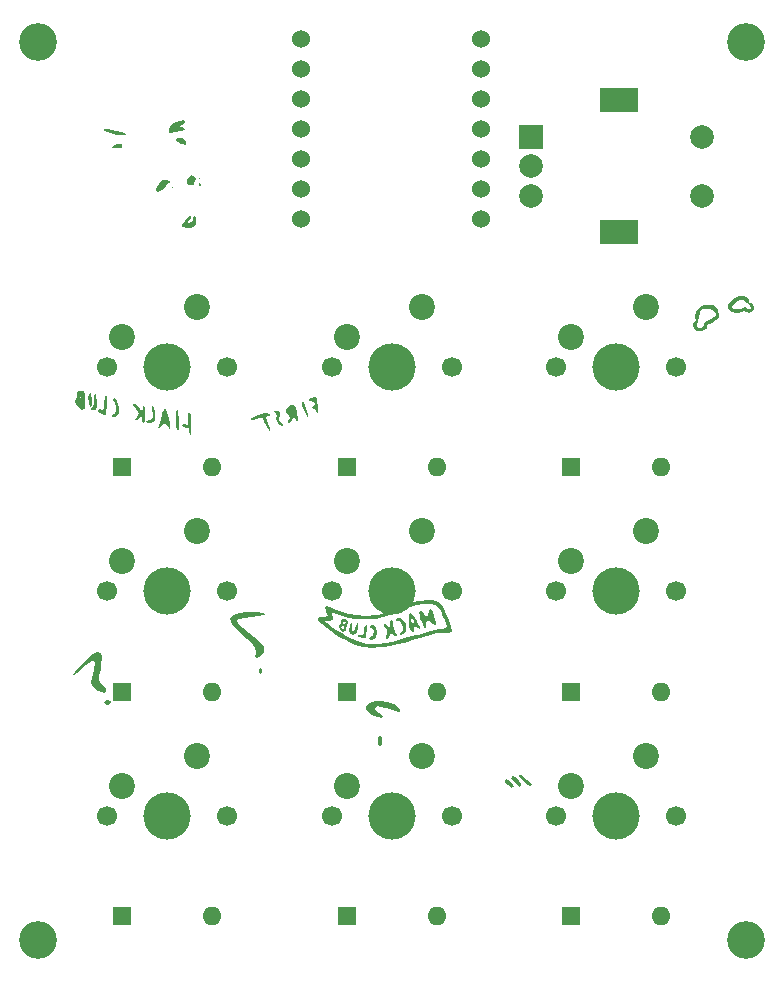
<source format=gbs>
%TF.GenerationSoftware,KiCad,Pcbnew,8.0.8*%
%TF.CreationDate,2025-02-13T12:07:57-05:00*%
%TF.ProjectId,SplashPad,53706c61-7368-4506-9164-2e6b69636164,1*%
%TF.SameCoordinates,Original*%
%TF.FileFunction,Soldermask,Bot*%
%TF.FilePolarity,Negative*%
%FSLAX46Y46*%
G04 Gerber Fmt 4.6, Leading zero omitted, Abs format (unit mm)*
G04 Created by KiCad (PCBNEW 8.0.8) date 2025-02-13 12:07:57*
%MOMM*%
%LPD*%
G01*
G04 APERTURE LIST*
%ADD10C,0.000000*%
%ADD11R,1.600000X1.600000*%
%ADD12O,1.600000X1.600000*%
%ADD13C,1.700000*%
%ADD14C,4.000000*%
%ADD15C,2.200000*%
%ADD16C,3.200000*%
%ADD17R,2.000000X2.000000*%
%ADD18C,2.000000*%
%ADD19R,3.200000X2.000000*%
%ADD20C,1.524000*%
G04 APERTURE END LIST*
D10*
%TO.C,G\u002A\u002A\u002A*%
G36*
X155492559Y-123063685D02*
G01*
X155522495Y-123128037D01*
X155462750Y-123367739D01*
X155356342Y-123490959D01*
X155266664Y-123368395D01*
X155246708Y-123216974D01*
X155331599Y-123036948D01*
X155492559Y-123063685D01*
G37*
G36*
X142724969Y-125759551D02*
G01*
X142755181Y-125877965D01*
X142565702Y-126103314D01*
X142312774Y-126111801D01*
X142253152Y-126067922D01*
X142145300Y-125834597D01*
X142327540Y-125699080D01*
X142480422Y-125684616D01*
X142724969Y-125759551D01*
G37*
G36*
X165625862Y-128847069D02*
G01*
X165673916Y-129184898D01*
X165623281Y-129507760D01*
X165497527Y-129604377D01*
X165424490Y-129563257D01*
X165290624Y-129309841D01*
X165295038Y-128996030D01*
X165448213Y-128794047D01*
X165468134Y-128787148D01*
X165625862Y-128847069D01*
G37*
G36*
X166164150Y-125892686D02*
G01*
X166672089Y-126063355D01*
X167047212Y-126273790D01*
X167193574Y-126491780D01*
X167189634Y-126590358D01*
X167152869Y-126720781D01*
X167081474Y-126703019D01*
X166773321Y-126614349D01*
X166312889Y-126476551D01*
X166026444Y-126393665D01*
X165569779Y-126279050D01*
X165295261Y-126234082D01*
X165197280Y-126249098D01*
X165080000Y-126400000D01*
X165156649Y-126614613D01*
X165402548Y-126769721D01*
X165592260Y-126852895D01*
X165728189Y-127032942D01*
X165723170Y-127093975D01*
X165623890Y-127195855D01*
X165353041Y-127154237D01*
X164852561Y-126964590D01*
X164614207Y-126844858D01*
X164305896Y-126544379D01*
X164297241Y-126237676D01*
X164576590Y-125973278D01*
X165132288Y-125799715D01*
X165133606Y-125799501D01*
X165619341Y-125793997D01*
X166164150Y-125892686D01*
G37*
G36*
X141838868Y-121733386D02*
G01*
X141948228Y-122102149D01*
X141903988Y-122736760D01*
X141837554Y-123099874D01*
X141736992Y-123641385D01*
X141724552Y-123970919D01*
X141811318Y-124192897D01*
X141973101Y-124376761D01*
X142252065Y-124753927D01*
X142280294Y-125015912D01*
X142092820Y-125106468D01*
X141724674Y-124969350D01*
X141638580Y-124913866D01*
X141308011Y-124677513D01*
X141119412Y-124469913D01*
X141057938Y-124209186D01*
X141108745Y-123813448D01*
X141256987Y-123200817D01*
X141298635Y-123038782D01*
X141382799Y-122642904D01*
X141344342Y-122468811D01*
X141160440Y-122428316D01*
X141140621Y-122428206D01*
X140860626Y-122540527D01*
X140470791Y-122830049D01*
X140180844Y-123105989D01*
X139839904Y-123430769D01*
X139606201Y-123589093D01*
X139536084Y-123562961D01*
X139652108Y-123332025D01*
X139951212Y-122970785D01*
X140359941Y-122549519D01*
X140804842Y-122138507D01*
X141212462Y-121808026D01*
X141509348Y-121628355D01*
X141572992Y-121614103D01*
X141838868Y-121733386D01*
G37*
G36*
X155197120Y-118292464D02*
G01*
X155574126Y-118357523D01*
X155720486Y-118461140D01*
X155719472Y-118466734D01*
X155548544Y-118546787D01*
X155141412Y-118632258D01*
X154580099Y-118705566D01*
X154545984Y-118709045D01*
X153975721Y-118783939D01*
X153550559Y-118869752D01*
X153360293Y-118948593D01*
X153354893Y-118980197D01*
X153494271Y-119203993D01*
X153858242Y-119573906D01*
X154413496Y-120058310D01*
X155126723Y-120625583D01*
X155296751Y-120766934D01*
X155645568Y-121212001D01*
X155694004Y-121625699D01*
X155435550Y-121979488D01*
X155407433Y-122000595D01*
X155082014Y-122181883D01*
X154937855Y-122095836D01*
X154959960Y-121734737D01*
X154982746Y-121561358D01*
X154943166Y-121334255D01*
X154780000Y-121080000D01*
X154450840Y-120738412D01*
X153913281Y-120249306D01*
X153696036Y-120053017D01*
X153141130Y-119495399D01*
X152854695Y-119076371D01*
X152831489Y-118768644D01*
X153066271Y-118544931D01*
X153553799Y-118377946D01*
X153613322Y-118364382D01*
X154123607Y-118292318D01*
X154682577Y-118269537D01*
X155197120Y-118292464D01*
G37*
G36*
X164376381Y-119388782D02*
G01*
X164383665Y-119547853D01*
X164358120Y-119845044D01*
X164326361Y-120106344D01*
X164291734Y-120333084D01*
X164265543Y-120442802D01*
X164246501Y-120462124D01*
X164128489Y-120471040D01*
X163994853Y-120435621D01*
X163782543Y-120385951D01*
X163679873Y-120356765D01*
X163597760Y-120294701D01*
X163668123Y-120242223D01*
X163880383Y-120217539D01*
X163964922Y-120212765D01*
X164065896Y-120170020D01*
X164118908Y-120046043D01*
X164152367Y-119796898D01*
X164171182Y-119662605D01*
X164231203Y-119444535D01*
X164305732Y-119343610D01*
X164333286Y-119339265D01*
X164376381Y-119388782D01*
G37*
G36*
X165058449Y-119440669D02*
G01*
X165170311Y-119636158D01*
X165229769Y-119886549D01*
X165222678Y-120149172D01*
X165134894Y-120381360D01*
X165009307Y-120515791D01*
X164785415Y-120594666D01*
X164690906Y-120582835D01*
X164584354Y-120502032D01*
X164607998Y-120395848D01*
X164766200Y-120325388D01*
X164879361Y-120289896D01*
X164941716Y-120183720D01*
X164956700Y-119959666D01*
X164949537Y-119787093D01*
X164906389Y-119659608D01*
X164808534Y-119632759D01*
X164771049Y-119632306D01*
X164673911Y-119566735D01*
X164680322Y-119450233D01*
X164793932Y-119352765D01*
X164908326Y-119342751D01*
X165058449Y-119440669D01*
G37*
G36*
X163143466Y-119285202D02*
G01*
X163146911Y-119566812D01*
X163144221Y-119706610D01*
X163173940Y-119926471D01*
X163239892Y-119995546D01*
X163324776Y-119907893D01*
X163411289Y-119657574D01*
X163468516Y-119432847D01*
X163527017Y-119251085D01*
X163577496Y-119181103D01*
X163634881Y-119191803D01*
X163661997Y-119258730D01*
X163655512Y-119442384D01*
X163611572Y-119678131D01*
X163542403Y-119905036D01*
X163460233Y-120062166D01*
X163364705Y-120128101D01*
X163169947Y-120171333D01*
X163073810Y-120152876D01*
X162938968Y-120014948D01*
X162889278Y-119765844D01*
X162933773Y-119433777D01*
X162960115Y-119341334D01*
X163038514Y-119165251D01*
X163103483Y-119148944D01*
X163143466Y-119285202D01*
G37*
G36*
X167195359Y-118736058D02*
G01*
X167381036Y-118809572D01*
X167539962Y-119007166D01*
X167557456Y-119037488D01*
X167659036Y-119309818D01*
X167703724Y-119614146D01*
X167687606Y-119888206D01*
X167606767Y-120069733D01*
X167475462Y-120147362D01*
X167290716Y-120164270D01*
X167160659Y-120090914D01*
X167168266Y-120019060D01*
X167282662Y-119918602D01*
X167414353Y-119789674D01*
X167440233Y-119554021D01*
X167322965Y-119231487D01*
X167288028Y-119168039D01*
X167167503Y-119033517D01*
X167026632Y-119029730D01*
X167025885Y-119029967D01*
X166896333Y-119034014D01*
X166861700Y-118907038D01*
X166865083Y-118854976D01*
X166931379Y-118757595D01*
X167116945Y-118732000D01*
X167195359Y-118736058D01*
G37*
G36*
X169827028Y-118015791D02*
G01*
X169945313Y-118210156D01*
X170070787Y-118554643D01*
X170077499Y-118576806D01*
X170163839Y-118874832D01*
X170225088Y-119109599D01*
X170248367Y-119231976D01*
X170235968Y-119287911D01*
X170144227Y-119323849D01*
X170000811Y-119259329D01*
X169850964Y-119108416D01*
X169734875Y-118990051D01*
X169568483Y-118938369D01*
X169444691Y-119022130D01*
X169405451Y-119229895D01*
X169412502Y-119390790D01*
X169410672Y-119522222D01*
X169402018Y-119560339D01*
X169344140Y-119584482D01*
X169251502Y-119489907D01*
X169139736Y-119307859D01*
X169024477Y-119069582D01*
X168921357Y-118806323D01*
X168846009Y-118549325D01*
X168814067Y-118329833D01*
X168825729Y-118221390D01*
X168903352Y-118146664D01*
X169029621Y-118205611D01*
X169176566Y-118393333D01*
X169213293Y-118453806D01*
X169344322Y-118622343D01*
X169444235Y-118640903D01*
X169527331Y-118503172D01*
X169607909Y-118202833D01*
X169637515Y-118096806D01*
X169722304Y-117976393D01*
X169827028Y-118015791D01*
G37*
G36*
X168741643Y-119277715D02*
G01*
X168851138Y-119490219D01*
X168893700Y-119607969D01*
X168893698Y-119608573D01*
X168839111Y-119664928D01*
X168719377Y-119630438D01*
X168598379Y-119523398D01*
X168544199Y-119465651D01*
X168420771Y-119435272D01*
X168337965Y-119528741D01*
X168338120Y-119714903D01*
X168338146Y-119873851D01*
X168259094Y-119921483D01*
X168145561Y-119860230D01*
X168042353Y-119693356D01*
X167976044Y-119448884D01*
X167928709Y-119137441D01*
X167913779Y-118927484D01*
X168131700Y-118927484D01*
X168157085Y-119080893D01*
X168258700Y-119155333D01*
X168349939Y-119138117D01*
X168368152Y-119047154D01*
X168256008Y-118863984D01*
X168180885Y-118771059D01*
X168138846Y-118772521D01*
X168131700Y-118927484D01*
X167913779Y-118927484D01*
X167906186Y-118820700D01*
X167912464Y-118555525D01*
X167951531Y-118398777D01*
X167961452Y-118384558D01*
X168048831Y-118320771D01*
X168170667Y-118390539D01*
X168180070Y-118399072D01*
X168284427Y-118531136D01*
X168431000Y-118752228D01*
X168592501Y-119016403D01*
X168610052Y-119047154D01*
X168741643Y-119277715D01*
G37*
G36*
X162758335Y-119181661D02*
G01*
X162698521Y-119431985D01*
X162654401Y-119576009D01*
X162582260Y-119811500D01*
X162525052Y-119891516D01*
X162385805Y-119912702D01*
X162224567Y-119844279D01*
X162091233Y-119711183D01*
X162035700Y-119538351D01*
X162037229Y-119527274D01*
X162205034Y-119527274D01*
X162219510Y-119587348D01*
X162332034Y-119693951D01*
X162418015Y-119697304D01*
X162459034Y-119576009D01*
X162435512Y-119479636D01*
X162332034Y-119409333D01*
X162273003Y-119422936D01*
X162205034Y-119527274D01*
X162037229Y-119527274D01*
X162054938Y-119399020D01*
X162122613Y-119280945D01*
X162147856Y-119260500D01*
X162186995Y-119155333D01*
X162332034Y-119155333D01*
X162349388Y-119178702D01*
X162459034Y-119240000D01*
X162481684Y-119236699D01*
X162586034Y-119155333D01*
X162579217Y-119102488D01*
X162459034Y-119070666D01*
X162358625Y-119089305D01*
X162332034Y-119155333D01*
X162186995Y-119155333D01*
X162197248Y-119127782D01*
X162191732Y-118929241D01*
X162262431Y-118840197D01*
X162437867Y-118855812D01*
X162550620Y-118884930D01*
X162689233Y-118940224D01*
X162756856Y-119028437D01*
X162758081Y-119155333D01*
X162758335Y-119181661D01*
G37*
G36*
X166534882Y-118951109D02*
G01*
X166586953Y-119064884D01*
X166609560Y-119266163D01*
X166615585Y-119346993D01*
X166676157Y-119622474D01*
X166780398Y-119908773D01*
X166835202Y-120035475D01*
X166904412Y-120224676D01*
X166917657Y-120312932D01*
X166906413Y-120321608D01*
X166790892Y-120311948D01*
X166653875Y-120216176D01*
X166562885Y-120078845D01*
X166540243Y-120017345D01*
X166461046Y-119924562D01*
X166382723Y-119992136D01*
X166316953Y-120213666D01*
X166243453Y-120429440D01*
X166127290Y-120510000D01*
X166112583Y-120509542D01*
X166042693Y-120472582D01*
X166023637Y-120348537D01*
X166047848Y-120098185D01*
X166067743Y-119895420D01*
X166051484Y-119696508D01*
X165974089Y-119579818D01*
X165959320Y-119566801D01*
X165867026Y-119429462D01*
X165850401Y-119298420D01*
X165920000Y-119240000D01*
X165977479Y-119260566D01*
X166099700Y-119367000D01*
X166101814Y-119369535D01*
X166237153Y-119481812D01*
X166318082Y-119462963D01*
X166310078Y-119320603D01*
X166297383Y-119241444D01*
X166332718Y-119074694D01*
X166423018Y-118957596D01*
X166532627Y-118949595D01*
X166534882Y-118951109D01*
G37*
G36*
X171506491Y-119517804D02*
G01*
X171563649Y-119781048D01*
X171552137Y-119931188D01*
X171489338Y-119960936D01*
X171295988Y-119991076D01*
X171026537Y-120003251D01*
X170969153Y-120003843D01*
X170673545Y-120021381D01*
X170343627Y-120067392D01*
X169954365Y-120147563D01*
X169480723Y-120267582D01*
X168897668Y-120433136D01*
X168180164Y-120649913D01*
X168008653Y-120702085D01*
X167510151Y-120847217D01*
X167030506Y-120978362D01*
X166617146Y-121082839D01*
X166317498Y-121147965D01*
X166229323Y-121162698D01*
X165825248Y-121211636D01*
X165358896Y-121247217D01*
X164914367Y-121262573D01*
X164814216Y-121262556D01*
X164207679Y-121222302D01*
X163642578Y-121101895D01*
X163066753Y-120886635D01*
X162428046Y-120561821D01*
X162186892Y-120418184D01*
X161798134Y-120164786D01*
X161376635Y-119871809D01*
X160966747Y-119571146D01*
X160612828Y-119294688D01*
X160359231Y-119074327D01*
X160340939Y-119049500D01*
X160850989Y-119049500D01*
X160872041Y-119086764D01*
X161007609Y-119211171D01*
X161243914Y-119391349D01*
X161551783Y-119607637D01*
X161902039Y-119840374D01*
X162265507Y-120069899D01*
X162613012Y-120276552D01*
X162915378Y-120440671D01*
X162972502Y-120468942D01*
X163373501Y-120644914D01*
X163790920Y-120797522D01*
X164143045Y-120896430D01*
X164431545Y-120953878D01*
X164666328Y-120993561D01*
X164787367Y-121004992D01*
X164803663Y-121003175D01*
X164958622Y-120987304D01*
X165223678Y-120960984D01*
X165552256Y-120928850D01*
X165767317Y-120905794D01*
X166103507Y-120858589D01*
X166451466Y-120792812D01*
X166840897Y-120701253D01*
X167301500Y-120576699D01*
X167862978Y-120411939D01*
X168555034Y-120199760D01*
X168673853Y-120163396D01*
X169182100Y-120018030D01*
X169688786Y-119887183D01*
X170140923Y-119783982D01*
X170485523Y-119721552D01*
X170778216Y-119681270D01*
X170988256Y-119636628D01*
X171105681Y-119564015D01*
X171136292Y-119437638D01*
X171085893Y-119231705D01*
X170960285Y-118920423D01*
X170765271Y-118478000D01*
X170715864Y-118367316D01*
X170533140Y-118001629D01*
X170358183Y-117763670D01*
X170155110Y-117626615D01*
X169888036Y-117563638D01*
X169521077Y-117547914D01*
X169226818Y-117560826D01*
X168523602Y-117677784D01*
X167737848Y-117911787D01*
X166890815Y-118257103D01*
X166309328Y-118507323D01*
X165721868Y-118709929D01*
X165172911Y-118831450D01*
X164610588Y-118882913D01*
X163983034Y-118875346D01*
X163687591Y-118857008D01*
X163321956Y-118818303D01*
X162961003Y-118755659D01*
X162563921Y-118660207D01*
X162089896Y-118523079D01*
X161498115Y-118335407D01*
X161400705Y-118313471D01*
X161389403Y-118365262D01*
X161465331Y-118529423D01*
X161520551Y-118652097D01*
X161549484Y-118848938D01*
X161440144Y-118954569D01*
X161181978Y-118986000D01*
X161112384Y-118987416D01*
X160925624Y-119009387D01*
X160850989Y-119049500D01*
X160340939Y-119049500D01*
X160240928Y-118913757D01*
X160255967Y-118771410D01*
X160422720Y-118679769D01*
X160733734Y-118647333D01*
X160838023Y-118645479D01*
X161028757Y-118629211D01*
X161104367Y-118601627D01*
X161096527Y-118572803D01*
X161033573Y-118426293D01*
X160928174Y-118210553D01*
X160886115Y-118124864D01*
X160808606Y-117909361D01*
X160832700Y-117792341D01*
X160969636Y-117770387D01*
X161230656Y-117840077D01*
X161627001Y-117997995D01*
X162234516Y-118235944D01*
X162900410Y-118425966D01*
X163572400Y-118529126D01*
X164321700Y-118560282D01*
X164528516Y-118558120D01*
X164920985Y-118536207D01*
X165291423Y-118483074D01*
X165674321Y-118389415D01*
X166104171Y-118245926D01*
X166615467Y-118043301D01*
X167242700Y-117772234D01*
X167517686Y-117658014D01*
X168192107Y-117436185D01*
X168854268Y-117294360D01*
X169472248Y-117236373D01*
X170014126Y-117266057D01*
X170447982Y-117387247D01*
X170552811Y-117478518D01*
X170710239Y-117702127D01*
X170888067Y-118017848D01*
X171071452Y-118391479D01*
X171245548Y-118788817D01*
X171395509Y-119175660D01*
X171480487Y-119437638D01*
X171506491Y-119517804D01*
G37*
G36*
X176214226Y-132406322D02*
G01*
X176264914Y-132419267D01*
X176319709Y-132457801D01*
X176321682Y-132460052D01*
X176353925Y-132488341D01*
X176381505Y-132500000D01*
X176393756Y-132503058D01*
X176407003Y-132524708D01*
X176416210Y-132541545D01*
X176452674Y-132549416D01*
X176467350Y-132550353D01*
X176500216Y-132565550D01*
X176528484Y-132605382D01*
X176530276Y-132608592D01*
X176567831Y-132655369D01*
X176614591Y-132691489D01*
X176624442Y-132697121D01*
X176657297Y-132721939D01*
X176670557Y-132742591D01*
X176673386Y-132752301D01*
X176695265Y-132763553D01*
X176709674Y-132769668D01*
X176719974Y-132796498D01*
X176724560Y-132815709D01*
X176744682Y-132829442D01*
X176759388Y-132837275D01*
X176767172Y-132865403D01*
X176769390Y-132920039D01*
X176771526Y-132973961D01*
X176779198Y-133002502D01*
X176794098Y-133010635D01*
X176808507Y-133016750D01*
X176818806Y-133043579D01*
X176813392Y-133064876D01*
X176785862Y-133076524D01*
X176766651Y-133071938D01*
X176752918Y-133051815D01*
X176751059Y-133040449D01*
X176736446Y-133027107D01*
X176728868Y-133029895D01*
X176719974Y-133051815D01*
X176717327Y-133063300D01*
X176697028Y-133076524D01*
X176684347Y-133080002D01*
X176663945Y-133102941D01*
X176655536Y-133115529D01*
X176633356Y-133120685D01*
X176579043Y-133095707D01*
X176536337Y-133069145D01*
X176522437Y-133047697D01*
X176519559Y-133038177D01*
X176497600Y-133027107D01*
X176486077Y-133024237D01*
X176472892Y-133002399D01*
X176471183Y-132991052D01*
X176457687Y-132977691D01*
X176452605Y-132976250D01*
X176427016Y-132958925D01*
X176393066Y-132928275D01*
X176381883Y-132917872D01*
X176342022Y-132890029D01*
X176308921Y-132878858D01*
X176286990Y-132874239D01*
X176264711Y-132854150D01*
X176257713Y-132842729D01*
X176232284Y-132829442D01*
X176222468Y-132827451D01*
X176209325Y-132808852D01*
X176206341Y-132798682D01*
X176187056Y-132766684D01*
X176155791Y-132726990D01*
X176124563Y-132690448D01*
X176074668Y-132624775D01*
X176047908Y-132572950D01*
X176043123Y-132529642D01*
X176059150Y-132489521D01*
X176094828Y-132447254D01*
X176096218Y-132445867D01*
X176132620Y-132414597D01*
X176166306Y-132403353D01*
X176214226Y-132406322D01*
G37*
G36*
X176802938Y-132159946D02*
G01*
X176841161Y-132178793D01*
X176859387Y-132192531D01*
X176892271Y-132203502D01*
X176905482Y-132206287D01*
X176928154Y-132228210D01*
X176939002Y-132241958D01*
X176970360Y-132252918D01*
X176990376Y-132258306D01*
X177011699Y-132285862D01*
X177020976Y-132305006D01*
X177043101Y-132318806D01*
X177052690Y-132320345D01*
X177065888Y-132335278D01*
X177068676Y-132342856D01*
X177090596Y-132351751D01*
X177102119Y-132354621D01*
X177115304Y-132376459D01*
X177117224Y-132387833D01*
X177132293Y-132401167D01*
X177142024Y-132404618D01*
X177159326Y-132427339D01*
X177164256Y-132436660D01*
X177189121Y-132469319D01*
X177224697Y-132507246D01*
X177240958Y-132524034D01*
X177269155Y-132559469D01*
X177280549Y-132584024D01*
X177280989Y-132588898D01*
X177293884Y-132621429D01*
X177316872Y-132651520D01*
X177339494Y-132664833D01*
X177343269Y-132666005D01*
X177364378Y-132684853D01*
X177391212Y-132719387D01*
X177405466Y-132743224D01*
X177423157Y-132796550D01*
X177428275Y-132867523D01*
X177426908Y-132907686D01*
X177421801Y-132946296D01*
X177414208Y-132961219D01*
X177409967Y-132961997D01*
X177383982Y-132977985D01*
X177351842Y-133006607D01*
X177324516Y-133037241D01*
X177312970Y-133059265D01*
X177312367Y-133063884D01*
X177296498Y-133076524D01*
X177288920Y-133073736D01*
X177280026Y-133051815D01*
X177278449Y-133040484D01*
X177265959Y-133027107D01*
X177261718Y-133026329D01*
X177235733Y-133010341D01*
X177203593Y-132981719D01*
X177176267Y-132951085D01*
X177164721Y-132929061D01*
X177163758Y-132923607D01*
X177146019Y-132911802D01*
X177144573Y-132911696D01*
X177120231Y-132898703D01*
X177089154Y-132870622D01*
X177086241Y-132867532D01*
X177055757Y-132840529D01*
X177033730Y-132829442D01*
X177023695Y-132823259D01*
X177016472Y-132796498D01*
X177012305Y-132777289D01*
X176994408Y-132763553D01*
X176974452Y-132752513D01*
X176953370Y-132721911D01*
X176934020Y-132691893D01*
X176906686Y-132669635D01*
X176896133Y-132664752D01*
X176860726Y-132639474D01*
X176831174Y-132608065D01*
X176818806Y-132581843D01*
X176815925Y-132572799D01*
X176794098Y-132555373D01*
X176782677Y-132548374D01*
X176769390Y-132522945D01*
X176758141Y-132506891D01*
X176719974Y-132500000D01*
X176704076Y-132499471D01*
X176677428Y-132490310D01*
X176670557Y-132464753D01*
X176665743Y-132441522D01*
X176642595Y-132409060D01*
X176624656Y-132378663D01*
X176617403Y-132328939D01*
X176620434Y-132271865D01*
X176633111Y-132219253D01*
X176654796Y-132182911D01*
X176695102Y-132162392D01*
X176749390Y-132154586D01*
X176802938Y-132159946D01*
G37*
G36*
X177411206Y-132063521D02*
G01*
X177464404Y-132071972D01*
X177497664Y-132091698D01*
X177521071Y-132110395D01*
X177547697Y-132121154D01*
X177564635Y-132127190D01*
X177600548Y-132152230D01*
X177643181Y-132189837D01*
X177684236Y-132232509D01*
X177715411Y-132272744D01*
X177747363Y-132308381D01*
X177792055Y-132338536D01*
X177793642Y-132339250D01*
X177826492Y-132360084D01*
X177840077Y-132380480D01*
X177841299Y-132388163D01*
X177857066Y-132401167D01*
X177867897Y-132405710D01*
X177884872Y-132429993D01*
X177892859Y-132446696D01*
X177933425Y-132485181D01*
X177992444Y-132499476D01*
X178023522Y-132504541D01*
X178037743Y-132517167D01*
X178046771Y-132537741D01*
X178073183Y-132573730D01*
X178109618Y-132615810D01*
X178148605Y-132655889D01*
X178182672Y-132685872D01*
X178204349Y-132697665D01*
X178222598Y-132705811D01*
X178250593Y-132733472D01*
X178274623Y-132768900D01*
X178284824Y-132799604D01*
X178288865Y-132815905D01*
X178309533Y-132829442D01*
X178321285Y-132832498D01*
X178334241Y-132854667D01*
X178331445Y-132867360D01*
X178309533Y-132889374D01*
X178297463Y-132897607D01*
X178284824Y-132926931D01*
X178276447Y-132954737D01*
X178252520Y-132989682D01*
X178228022Y-133009201D01*
X178189279Y-133014791D01*
X178143319Y-132992788D01*
X178086564Y-132942166D01*
X178061794Y-132919151D01*
X178020862Y-132890182D01*
X177989737Y-132878858D01*
X177967112Y-132874107D01*
X177944867Y-132854150D01*
X177937869Y-132842729D01*
X177912440Y-132829442D01*
X177901559Y-132826406D01*
X177889494Y-132804217D01*
X177887162Y-132792306D01*
X177866409Y-132770133D01*
X177852566Y-132760227D01*
X177835007Y-132729470D01*
X177825647Y-132711454D01*
X177800439Y-132697665D01*
X177787633Y-132695558D01*
X177774189Y-132681193D01*
X177772046Y-132674245D01*
X177751358Y-132664721D01*
X177746812Y-132663783D01*
X177724148Y-132644149D01*
X177701168Y-132607068D01*
X177695898Y-132596772D01*
X177671739Y-132563029D01*
X177649875Y-132549416D01*
X177639130Y-132547099D01*
X177625940Y-132527782D01*
X177625441Y-132524691D01*
X177607090Y-132504168D01*
X177570496Y-132484394D01*
X177529487Y-132460180D01*
X177493297Y-132407195D01*
X177490097Y-132399378D01*
X177472387Y-132365504D01*
X177458257Y-132351751D01*
X177452668Y-132350799D01*
X177422308Y-132340711D01*
X177378971Y-132323157D01*
X177341720Y-132304441D01*
X177318790Y-132281248D01*
X177312970Y-132249032D01*
X177308166Y-132217716D01*
X177295551Y-132203502D01*
X177291784Y-132202071D01*
X177283618Y-132178936D01*
X177283196Y-132133495D01*
X177288262Y-132063489D01*
X177378241Y-132062871D01*
X177411206Y-132063521D01*
G37*
G36*
X150287516Y-81508089D02*
G01*
X150235183Y-81560422D01*
X150182849Y-81518089D01*
X150235183Y-81465756D01*
X150287516Y-81508089D01*
G37*
G36*
X148002183Y-82283089D02*
G01*
X148002183Y-82333089D01*
X147962183Y-82393089D01*
X147924939Y-82373089D01*
X147922183Y-82263089D01*
X147972183Y-82263089D01*
X148002183Y-82283089D01*
G37*
G36*
X150252874Y-81894842D02*
G01*
X150312183Y-82023089D01*
X150302183Y-82133089D01*
X150232183Y-82153089D01*
X150152183Y-82093089D01*
X150162232Y-82016089D01*
X150188672Y-81955014D01*
X150232183Y-81889089D01*
X150252874Y-81894842D01*
G37*
G36*
X158139903Y-101044520D02*
G01*
X158191318Y-101260403D01*
X158249779Y-101533340D01*
X157989541Y-101442620D01*
X157950356Y-101428196D01*
X157767720Y-101315621D01*
X157753070Y-101186892D01*
X157906882Y-101044299D01*
X157991350Y-100992986D01*
X158086003Y-100965073D01*
X158139903Y-101044520D01*
G37*
G36*
X147315304Y-101580133D02*
G01*
X147354914Y-101699130D01*
X147394020Y-101937309D01*
X147370427Y-102068777D01*
X147268105Y-102074550D01*
X147207148Y-102031009D01*
X147183438Y-101900949D01*
X147210246Y-101803497D01*
X147236588Y-101594375D01*
X147240298Y-101507846D01*
X147258961Y-101463299D01*
X147315304Y-101580133D01*
G37*
G36*
X141022183Y-99893089D02*
G01*
X141072183Y-100233089D01*
X141082381Y-100447050D01*
X141092183Y-100693089D01*
X141072183Y-100803089D01*
X141046196Y-100830599D01*
X140992183Y-100873089D01*
X140912183Y-100783089D01*
X140852183Y-100533089D01*
X140838285Y-100373188D01*
X140812183Y-100103089D01*
X140852183Y-99863089D01*
X140942183Y-99753756D01*
X140982183Y-99753089D01*
X141022183Y-99893089D01*
G37*
G36*
X143622255Y-78627987D02*
G01*
X143674637Y-78755411D01*
X143657623Y-78850426D01*
X143568804Y-78961527D01*
X143516943Y-78976575D01*
X143320826Y-78995186D01*
X143086113Y-78989212D01*
X142881938Y-78962408D01*
X142777437Y-78918532D01*
X142776081Y-78885713D01*
X142868298Y-78795372D01*
X143047866Y-78699756D01*
X143262214Y-78623973D01*
X143458766Y-78593133D01*
X143622255Y-78627987D01*
G37*
G36*
X148787948Y-78163641D02*
G01*
X148920406Y-78222318D01*
X148977187Y-78313589D01*
X149051133Y-78499819D01*
X149053539Y-78507784D01*
X149079034Y-78637474D01*
X149018351Y-78675015D01*
X148832242Y-78646754D01*
X148630607Y-78590762D01*
X148387296Y-78477393D01*
X148225365Y-78347388D01*
X148186668Y-78227903D01*
X148214647Y-78196514D01*
X148364901Y-78151273D01*
X148579390Y-78140138D01*
X148787948Y-78163641D01*
G37*
G36*
X147442183Y-81673089D02*
G01*
X147792183Y-81833089D01*
X147589349Y-81913089D01*
X147472183Y-81993089D01*
X147402183Y-82121129D01*
X147378890Y-82206796D01*
X147249035Y-82359233D01*
X146996683Y-82503089D01*
X146851985Y-82572317D01*
X146622183Y-82673089D01*
X146552183Y-82533089D01*
X146612183Y-82293089D01*
X146709831Y-82107452D01*
X146773387Y-81980489D01*
X146922183Y-81753089D01*
X147152183Y-81653089D01*
X147442183Y-81673089D01*
G37*
G36*
X158987092Y-100431096D02*
G01*
X159045115Y-100505485D01*
X159132800Y-100693338D01*
X159232215Y-100946099D01*
X159325427Y-101215213D01*
X159394505Y-101452125D01*
X159421516Y-101608280D01*
X159419065Y-101648447D01*
X159392183Y-101713089D01*
X159302183Y-101683089D01*
X159192183Y-101523089D01*
X159102183Y-101323089D01*
X159002072Y-101007119D01*
X158922183Y-100703089D01*
X158922183Y-100473089D01*
X158986757Y-100431089D01*
X158987092Y-100431096D01*
G37*
G36*
X148352183Y-101183089D02*
G01*
X148366516Y-101278342D01*
X148409837Y-101433089D01*
X148447032Y-101815869D01*
X148462183Y-101973089D01*
X148487177Y-102303089D01*
X148482192Y-102713089D01*
X148462183Y-102813089D01*
X148436121Y-102832598D01*
X148372183Y-102883089D01*
X148312183Y-102773089D01*
X148252183Y-102493089D01*
X148222418Y-101963360D01*
X148222183Y-101833089D01*
X148227104Y-101487497D01*
X148249736Y-101232492D01*
X148292183Y-101134251D01*
X148352183Y-101183089D01*
G37*
G36*
X149510947Y-81296662D02*
G01*
X149667109Y-81348854D01*
X149806731Y-81460139D01*
X149885650Y-81584024D01*
X149859698Y-81703089D01*
X149812854Y-81763089D01*
X149769516Y-81887030D01*
X149722183Y-82043089D01*
X149663683Y-82087016D01*
X149542183Y-82143089D01*
X149322183Y-82133089D01*
X149162183Y-82023089D01*
X149122183Y-81933089D01*
X149137859Y-81766892D01*
X149172183Y-81623089D01*
X149302183Y-81403089D01*
X149452183Y-81296422D01*
X149510947Y-81296662D01*
G37*
G36*
X141462183Y-99883089D02*
G01*
X141485839Y-100049663D01*
X141512183Y-100353089D01*
X141499575Y-100618240D01*
X141492183Y-100903089D01*
X141442183Y-101093089D01*
X141322183Y-101183089D01*
X141172183Y-101193089D01*
X141032183Y-101123089D01*
X141006516Y-101023756D01*
X141021268Y-100964528D01*
X141072183Y-100913089D01*
X141162183Y-100883089D01*
X141212183Y-100821677D01*
X141252183Y-100663089D01*
X141285682Y-100319533D01*
X141309199Y-100004580D01*
X141350872Y-99819632D01*
X141412682Y-99777897D01*
X141462183Y-99883089D01*
G37*
G36*
X142493605Y-77359777D02*
G01*
X142827970Y-77412574D01*
X143265517Y-77491450D01*
X143678849Y-77593912D01*
X143929164Y-77697841D01*
X144013304Y-77802201D01*
X144005007Y-77861894D01*
X143956296Y-77900421D01*
X143835486Y-77906722D01*
X143611011Y-77881811D01*
X143251304Y-77826703D01*
X142866570Y-77756022D01*
X142475652Y-77653398D01*
X142233596Y-77544546D01*
X142150637Y-77433124D01*
X142150636Y-77430972D01*
X142155052Y-77368756D01*
X142191069Y-77336838D01*
X142292612Y-77334188D01*
X142493605Y-77359777D01*
G37*
G36*
X146372183Y-100953089D02*
G01*
X146395035Y-101025872D01*
X146442183Y-101203089D01*
X146472183Y-101563089D01*
X146462183Y-101863089D01*
X146426674Y-101966616D01*
X146392183Y-102113089D01*
X146252183Y-102183089D01*
X146072183Y-102213089D01*
X145902183Y-102223089D01*
X145722183Y-102183089D01*
X145692183Y-102124422D01*
X145749426Y-102071018D01*
X145900249Y-102039756D01*
X146135127Y-101972649D01*
X146270444Y-101785841D01*
X146298099Y-101501671D01*
X146210370Y-101142480D01*
X146162183Y-100923089D01*
X146207224Y-100826848D01*
X146282183Y-100813089D01*
X146372183Y-100953089D01*
G37*
G36*
X140277824Y-99770478D02*
G01*
X140342183Y-99829466D01*
X140367945Y-99977094D01*
X140372637Y-100253688D01*
X140367095Y-100470664D01*
X140346319Y-100695152D01*
X140315418Y-100804796D01*
X140301110Y-100811815D01*
X140193936Y-100773152D01*
X140048229Y-100663768D01*
X139919844Y-100531047D01*
X139864637Y-100422374D01*
X139894037Y-100382593D01*
X140028974Y-100352466D01*
X140181703Y-100318054D01*
X140257139Y-100233033D01*
X140205140Y-100141934D01*
X140139753Y-100081332D01*
X140031447Y-99924417D01*
X139998734Y-99856108D01*
X140009762Y-99777206D01*
X140157992Y-99759800D01*
X140277824Y-99770478D01*
G37*
G36*
X142365943Y-99941960D02*
G01*
X142402183Y-100043089D01*
X142402183Y-100163089D01*
X142392183Y-100433089D01*
X142372183Y-100765008D01*
X142342183Y-101013089D01*
X142312019Y-101213740D01*
X142260515Y-101449538D01*
X142212183Y-101543089D01*
X142142183Y-101533089D01*
X142022183Y-101483089D01*
X141822183Y-101373089D01*
X141642183Y-101223089D01*
X141600700Y-101120440D01*
X141663317Y-101068401D01*
X141847697Y-101106336D01*
X141989541Y-101126778D01*
X142082878Y-101042591D01*
X142132999Y-100831619D01*
X142149657Y-100473422D01*
X142172183Y-100223089D01*
X142222183Y-100013089D01*
X142312183Y-99923089D01*
X142365943Y-99941960D01*
G37*
G36*
X143142183Y-100183089D02*
G01*
X143252183Y-100363089D01*
X143352183Y-100603089D01*
X143412183Y-100893089D01*
X143422183Y-101123089D01*
X143372183Y-101373089D01*
X143287715Y-101512917D01*
X143202183Y-101623089D01*
X142992183Y-101713089D01*
X142882183Y-101713089D01*
X142722183Y-101666504D01*
X142770725Y-101589256D01*
X142932683Y-101488332D01*
X142981453Y-101464380D01*
X143062183Y-101373089D01*
X143102183Y-101223889D01*
X143112183Y-100973089D01*
X143102183Y-100813089D01*
X143062183Y-100553089D01*
X142972183Y-100403089D01*
X142882183Y-100263089D01*
X142911163Y-100177660D01*
X143012183Y-100103089D01*
X143142183Y-100183089D01*
G37*
G36*
X156746058Y-101198506D02*
G01*
X156942183Y-101243089D01*
X157045669Y-101383089D01*
X156989545Y-101656489D01*
X156909939Y-101826610D01*
X156932183Y-101999604D01*
X157093183Y-102193962D01*
X157100918Y-102200081D01*
X157245210Y-102329247D01*
X157304849Y-102411774D01*
X157296196Y-102445505D01*
X157192183Y-102473089D01*
X157042177Y-102404760D01*
X156874655Y-102264763D01*
X156837290Y-102201426D01*
X156731987Y-102053089D01*
X156722183Y-101833089D01*
X156732183Y-101633089D01*
X156702183Y-101483089D01*
X156602183Y-101343089D01*
X156582183Y-101323089D01*
X156472183Y-101253089D01*
X156502183Y-101213089D01*
X156693673Y-101197530D01*
X156746058Y-101198506D01*
G37*
G36*
X148984011Y-76666115D02*
G01*
X149004653Y-76769628D01*
X148915767Y-76909097D01*
X148733470Y-77045582D01*
X148458304Y-77195714D01*
X148733470Y-77222454D01*
X148753975Y-77224643D01*
X148934505Y-77264642D01*
X149008637Y-77320215D01*
X149007353Y-77328899D01*
X148916277Y-77407640D01*
X148722251Y-77488601D01*
X148482730Y-77552095D01*
X148255170Y-77578429D01*
X148089290Y-77597407D01*
X147907970Y-77661800D01*
X147799533Y-77722557D01*
X147684800Y-77719576D01*
X147610321Y-77572987D01*
X147599540Y-77406108D01*
X147705108Y-77168838D01*
X147921428Y-76949170D01*
X148215290Y-76771170D01*
X148553485Y-76658901D01*
X148902804Y-76636428D01*
X148984011Y-76666115D01*
G37*
G36*
X149432183Y-101373089D02*
G01*
X149472183Y-101583089D01*
X149478893Y-101851585D01*
X149502183Y-102233089D01*
X149501979Y-102623651D01*
X149502183Y-103073089D01*
X149473980Y-103263089D01*
X149432183Y-103293089D01*
X149422183Y-103263089D01*
X149369371Y-103163089D01*
X149342183Y-102953089D01*
X149322183Y-102803089D01*
X149292145Y-102693089D01*
X149172183Y-102653089D01*
X149082183Y-102633089D01*
X148862183Y-102583089D01*
X148702183Y-102453089D01*
X148709953Y-102380412D01*
X148814570Y-102348474D01*
X149008658Y-102378750D01*
X149261516Y-102451268D01*
X149261516Y-101857456D01*
X149261892Y-101774045D01*
X149274642Y-101479798D01*
X149302183Y-101333089D01*
X149362183Y-101293089D01*
X149432183Y-101373089D01*
G37*
G36*
X160107209Y-100071589D02*
G01*
X160153121Y-100183089D01*
X160192183Y-100417319D01*
X160227063Y-100790922D01*
X160241474Y-100962229D01*
X160262183Y-101183089D01*
X160252183Y-101403089D01*
X160202183Y-101453089D01*
X160092183Y-101253089D01*
X160002183Y-101103089D01*
X159882183Y-101033089D01*
X159762183Y-101003089D01*
X159772064Y-100941473D01*
X159842183Y-100833089D01*
X159952183Y-100733089D01*
X159952183Y-100583089D01*
X159852183Y-100463089D01*
X159682572Y-100403089D01*
X159502183Y-100363089D01*
X159442183Y-100293089D01*
X159472183Y-100193089D01*
X159589360Y-100177089D01*
X159732183Y-100153089D01*
X159929944Y-100092193D01*
X159941638Y-100085992D01*
X160040439Y-100046912D01*
X160107209Y-100071589D01*
G37*
G36*
X149429611Y-84685068D02*
G01*
X149509054Y-84756267D01*
X149479050Y-84897357D01*
X149346183Y-85064089D01*
X149224865Y-85195569D01*
X149183564Y-85315597D01*
X149276016Y-85360422D01*
X149302093Y-85358529D01*
X149478242Y-85266685D01*
X149624074Y-85083684D01*
X149684849Y-84874578D01*
X149687881Y-84811650D01*
X149731568Y-84700601D01*
X149804647Y-84717171D01*
X149878053Y-84840137D01*
X149922723Y-85048275D01*
X149927191Y-85126970D01*
X149886411Y-85367531D01*
X149726610Y-85580358D01*
X149639660Y-85660953D01*
X149458633Y-85758882D01*
X149245320Y-85750883D01*
X149033342Y-85715014D01*
X148869933Y-85699089D01*
X148812922Y-85681765D01*
X148753516Y-85564763D01*
X148757953Y-85529822D01*
X148831888Y-85355142D01*
X148969291Y-85134325D01*
X149134218Y-84916174D01*
X149290725Y-84749494D01*
X149402869Y-84683089D01*
X149429611Y-84685068D01*
G37*
G36*
X155957398Y-101439621D02*
G01*
X156172183Y-101503089D01*
X156212183Y-101543089D01*
X156132183Y-101623089D01*
X156001519Y-101673089D01*
X155802183Y-101723089D01*
X156001519Y-102232062D01*
X156099758Y-102491394D01*
X156175279Y-102708851D01*
X156204183Y-102817809D01*
X156202183Y-102853089D01*
X156142183Y-102913089D01*
X156062183Y-102833089D01*
X155942183Y-102623089D01*
X155803587Y-102336089D01*
X155793912Y-102314041D01*
X155662183Y-102053089D01*
X155552183Y-101863089D01*
X155486843Y-101793089D01*
X155382183Y-101813089D01*
X155242183Y-101853089D01*
X154999786Y-101923089D01*
X154782183Y-101973089D01*
X154592183Y-101983089D01*
X154552183Y-101963089D01*
X154544150Y-101893089D01*
X154597087Y-101844165D01*
X154793791Y-101740595D01*
X155145849Y-101615296D01*
X155225197Y-101588734D01*
X155426054Y-101508646D01*
X155526849Y-101447939D01*
X155584481Y-101421958D01*
X155752259Y-101415873D01*
X155957398Y-101439621D01*
G37*
G36*
X144730484Y-100607506D02*
G01*
X144852183Y-100673089D01*
X145062183Y-100873089D01*
X145352243Y-101282999D01*
X145408607Y-101026377D01*
X145465926Y-100832928D01*
X145532183Y-100771604D01*
X145582183Y-100873089D01*
X145612183Y-101103089D01*
X145622183Y-101433089D01*
X145620496Y-101507502D01*
X145622183Y-101816499D01*
X145602183Y-102043089D01*
X145564405Y-102173089D01*
X145452183Y-102223089D01*
X145382183Y-102103089D01*
X145366849Y-101861468D01*
X145362183Y-101533089D01*
X145122183Y-101793089D01*
X145002183Y-101913089D01*
X144878834Y-101974040D01*
X144802183Y-102013089D01*
X144763576Y-102003089D01*
X144752183Y-101903089D01*
X144894240Y-101708335D01*
X144992183Y-101593089D01*
X145082183Y-101429253D01*
X145042183Y-101303089D01*
X144892183Y-101113089D01*
X144862183Y-101083089D01*
X144710502Y-100923089D01*
X144594096Y-100763089D01*
X144586557Y-100734266D01*
X144562183Y-100633089D01*
X144686006Y-100600422D01*
X144730484Y-100607506D01*
G37*
G36*
X147412183Y-101093089D02*
G01*
X147474970Y-101293592D01*
X147538134Y-101547842D01*
X147607728Y-101860995D01*
X147634551Y-101992982D01*
X147671994Y-102177225D01*
X147719176Y-102440710D01*
X147742183Y-102603089D01*
X147722183Y-102703089D01*
X147662183Y-102733089D01*
X147592183Y-102693089D01*
X147509500Y-102510267D01*
X147462183Y-102423089D01*
X147322183Y-102313089D01*
X147162183Y-102313089D01*
X147012183Y-102433089D01*
X146922183Y-102563089D01*
X146802183Y-102633089D01*
X146732183Y-102607162D01*
X146760445Y-102495808D01*
X146772422Y-102464934D01*
X146839878Y-102255585D01*
X146910015Y-101997422D01*
X146916659Y-101970532D01*
X146935372Y-101894905D01*
X147192183Y-101894905D01*
X147202183Y-101965275D01*
X147266984Y-102068506D01*
X147319960Y-102063089D01*
X147382177Y-101992988D01*
X147372183Y-101823089D01*
X147322183Y-101603089D01*
X147292183Y-101533089D01*
X147262183Y-101483089D01*
X147242183Y-101593089D01*
X147222183Y-101773089D01*
X147192183Y-101894905D01*
X146935372Y-101894905D01*
X146996401Y-101648260D01*
X147072525Y-101341256D01*
X147114972Y-101210788D01*
X147172183Y-101113089D01*
X147282183Y-101023089D01*
X147412183Y-101093089D01*
G37*
G36*
X158522183Y-101713089D02*
G01*
X158550567Y-101998468D01*
X158552183Y-102103089D01*
X158432183Y-102123089D01*
X158352183Y-102023089D01*
X158320849Y-101870422D01*
X158292183Y-101783089D01*
X158252183Y-101703089D01*
X158172183Y-101743089D01*
X158042183Y-101923089D01*
X158013772Y-101978192D01*
X157902667Y-102149829D01*
X157814219Y-102223089D01*
X157732183Y-102193349D01*
X157722183Y-102123089D01*
X157772183Y-101953089D01*
X157832183Y-101791727D01*
X157822183Y-101683089D01*
X157689434Y-101523089D01*
X157542183Y-101343089D01*
X157542183Y-101247506D01*
X157768183Y-101247506D01*
X157768601Y-101253237D01*
X157812183Y-101343089D01*
X157988420Y-101436576D01*
X158248658Y-101527296D01*
X158190197Y-101254359D01*
X158186324Y-101236463D01*
X158140018Y-101047228D01*
X158092183Y-100983089D01*
X158032183Y-100993089D01*
X157909747Y-101053089D01*
X157792183Y-101149724D01*
X157768183Y-101247506D01*
X157542183Y-101247506D01*
X157542183Y-101223089D01*
X157542183Y-101083089D01*
X157682183Y-100893089D01*
X157952183Y-100753089D01*
X158182183Y-100713566D01*
X158244093Y-100736933D01*
X158292183Y-100783089D01*
X158352183Y-100933089D01*
X158444065Y-101368732D01*
X158466432Y-101475330D01*
X158475973Y-101527296D01*
X158522183Y-101713089D01*
G37*
G36*
X140422183Y-99583089D02*
G01*
X140502183Y-99763089D01*
X140532183Y-99973089D01*
X140542183Y-100243089D01*
X140540849Y-100349734D01*
X140542183Y-100713089D01*
X140512183Y-100953089D01*
X140435016Y-101052349D01*
X140364026Y-101098501D01*
X140252192Y-101123089D01*
X140133918Y-101017708D01*
X139954696Y-100863089D01*
X139906805Y-100795777D01*
X139762183Y-100603089D01*
X139702183Y-100433089D01*
X139700088Y-100416330D01*
X139872183Y-100416330D01*
X139882183Y-100443089D01*
X139946361Y-100558028D01*
X140084371Y-100689336D01*
X140225635Y-100785372D01*
X140314297Y-100798752D01*
X140338793Y-100726417D01*
X140362393Y-100523487D01*
X140371516Y-100247644D01*
X140366875Y-99971915D01*
X140341239Y-99833829D01*
X140277080Y-99774553D01*
X140166871Y-99773756D01*
X140079380Y-99776705D01*
X140012183Y-99797547D01*
X140030326Y-99918373D01*
X140096696Y-100013089D01*
X140204019Y-100135890D01*
X140262183Y-100233089D01*
X140182183Y-100323089D01*
X140027853Y-100356422D01*
X139934337Y-100383089D01*
X139872183Y-100416330D01*
X139700088Y-100416330D01*
X139682183Y-100273089D01*
X139732183Y-100183089D01*
X139780455Y-100163089D01*
X139812183Y-100063089D01*
X139830840Y-99859589D01*
X139830668Y-99853821D01*
X139838595Y-99645819D01*
X139902820Y-99550834D01*
X140059136Y-99514804D01*
X140282183Y-99513089D01*
X140422183Y-99583089D01*
G37*
G36*
X196537714Y-91586974D02*
G01*
X196697871Y-91859687D01*
X196772914Y-92004772D01*
X196849236Y-92054847D01*
X196935956Y-92080509D01*
X197042059Y-92213727D01*
X197065612Y-92269481D01*
X197121125Y-92400892D01*
X197139847Y-92581625D01*
X197053961Y-92738510D01*
X196883101Y-92854176D01*
X196692465Y-92897662D01*
X196546891Y-92840645D01*
X196509556Y-92812106D01*
X196344769Y-92801227D01*
X196062248Y-92881890D01*
X195796253Y-92960685D01*
X195581918Y-92961338D01*
X195349628Y-92877892D01*
X195102592Y-92730441D01*
X194971975Y-92544666D01*
X194968349Y-92454375D01*
X195310233Y-92454375D01*
X195325645Y-92497729D01*
X195460832Y-92597459D01*
X195686243Y-92640134D01*
X195947850Y-92620834D01*
X196191627Y-92534639D01*
X196220378Y-92519123D01*
X196386478Y-92454413D01*
X196468172Y-92466339D01*
X196524739Y-92516172D01*
X196685816Y-92565545D01*
X196790257Y-92561592D01*
X196880487Y-92478790D01*
X196858387Y-92344905D01*
X196719112Y-92211478D01*
X196568503Y-92102870D01*
X196383035Y-91931705D01*
X196280177Y-91839342D01*
X196130470Y-91799166D01*
X195910531Y-91857234D01*
X195808237Y-91899609D01*
X195536074Y-92067529D01*
X195358439Y-92264024D01*
X195310233Y-92454375D01*
X194968349Y-92454375D01*
X194961996Y-92296156D01*
X194962004Y-92296104D01*
X195061418Y-92092039D01*
X195278480Y-91870096D01*
X195570288Y-91666179D01*
X195893943Y-91516194D01*
X195989834Y-91487091D01*
X196304904Y-91464144D01*
X196537714Y-91586974D01*
G37*
G36*
X193676525Y-92300674D02*
G01*
X193920248Y-92443926D01*
X194114384Y-92715003D01*
X194147762Y-92827996D01*
X194205024Y-93021845D01*
X194162935Y-93297857D01*
X194131635Y-93354048D01*
X193925005Y-93571671D01*
X193633598Y-93753814D01*
X193323762Y-93856325D01*
X193256861Y-93869436D01*
X193157155Y-93934045D01*
X193180588Y-94078373D01*
X193201410Y-94144828D01*
X193192278Y-94239946D01*
X193088629Y-94316550D01*
X192856846Y-94408963D01*
X192732653Y-94449717D01*
X192413016Y-94492251D01*
X192189087Y-94403046D01*
X192048634Y-94178615D01*
X192039813Y-94151273D01*
X192023959Y-94004101D01*
X192325945Y-94004101D01*
X192353040Y-94130777D01*
X192489193Y-94178592D01*
X192688563Y-94183689D01*
X192870412Y-94104659D01*
X192922005Y-93934745D01*
X192928721Y-93826403D01*
X192992850Y-93719357D01*
X193004755Y-93713806D01*
X193152855Y-93647162D01*
X193365737Y-93553323D01*
X193559359Y-93442581D01*
X193768285Y-93258835D01*
X193903213Y-93066292D01*
X193926151Y-92908656D01*
X193886008Y-92840755D01*
X193698659Y-92701851D01*
X193428212Y-92603602D01*
X193134460Y-92563628D01*
X192877196Y-92599548D01*
X192709171Y-92703630D01*
X192565382Y-92939573D01*
X192482564Y-93314846D01*
X192478514Y-93345785D01*
X192441196Y-93555013D01*
X192403275Y-93673045D01*
X192370165Y-93758804D01*
X192332660Y-93942740D01*
X192325945Y-94004101D01*
X192023959Y-94004101D01*
X192013859Y-93910337D01*
X192063422Y-93695959D01*
X192174309Y-93576181D01*
X192216243Y-93508496D01*
X192194817Y-93350378D01*
X192166453Y-93169285D01*
X192230342Y-92868413D01*
X192397683Y-92582885D01*
X192641800Y-92371142D01*
X192663740Y-92359145D01*
X192985463Y-92254707D01*
X193343994Y-92236409D01*
X193676525Y-92300674D01*
G37*
%TD*%
D11*
%TO.C,D9*%
X181690000Y-144000000D03*
D12*
X189310000Y-144000000D03*
%TD*%
D11*
%TO.C,D3*%
X181690000Y-106000000D03*
D12*
X189310000Y-106000000D03*
%TD*%
D13*
%TO.C,SW5*%
X161420000Y-116500000D03*
D14*
X166500000Y-116500000D03*
D13*
X171580000Y-116500000D03*
D15*
X169040000Y-111420000D03*
X162690000Y-113960000D03*
%TD*%
D13*
%TO.C,SW8*%
X180420000Y-116500000D03*
D14*
X185500000Y-116500000D03*
D13*
X190580000Y-116500000D03*
D15*
X188040000Y-111420000D03*
X181690000Y-113960000D03*
%TD*%
D16*
%TO.C,HOLE2*%
X136500000Y-146000000D03*
%TD*%
D11*
%TO.C,D6*%
X181690000Y-125000000D03*
D12*
X189310000Y-125000000D03*
%TD*%
D13*
%TO.C,SW6*%
X161420000Y-135500000D03*
D14*
X166500000Y-135500000D03*
D13*
X171580000Y-135500000D03*
D15*
X169040000Y-130420000D03*
X162690000Y-132960000D03*
%TD*%
D16*
%TO.C,HOLE4*%
X196500000Y-146000000D03*
%TD*%
D13*
%TO.C,SW9*%
X180420000Y-135500000D03*
D14*
X185500000Y-135500000D03*
D13*
X190580000Y-135500000D03*
D15*
X188040000Y-130420000D03*
X181690000Y-132960000D03*
%TD*%
D11*
%TO.C,D4*%
X143690000Y-125000000D03*
D12*
X151310000Y-125000000D03*
%TD*%
D17*
%TO.C,SW10*%
X178250000Y-78000000D03*
D18*
X178250000Y-83000000D03*
X178250000Y-80500000D03*
D19*
X185750000Y-74900000D03*
X185750000Y-86100000D03*
D18*
X192750000Y-83000000D03*
X192750000Y-78000000D03*
%TD*%
D11*
%TO.C,D7*%
X143690000Y-144000000D03*
D12*
X151310000Y-144000000D03*
%TD*%
D13*
%TO.C,SW2*%
X142420000Y-116500000D03*
D14*
X147500000Y-116500000D03*
D13*
X152580000Y-116500000D03*
D15*
X150040000Y-111420000D03*
X143690000Y-113960000D03*
%TD*%
D11*
%TO.C,D2*%
X162690000Y-106000000D03*
D12*
X170310000Y-106000000D03*
%TD*%
D11*
%TO.C,D8*%
X162690000Y-144000000D03*
D12*
X170310000Y-144000000D03*
%TD*%
D13*
%TO.C,SW4*%
X161420000Y-97500000D03*
D14*
X166500000Y-97500000D03*
D13*
X171580000Y-97500000D03*
D15*
X169040000Y-92420000D03*
X162690000Y-94960000D03*
%TD*%
D13*
%TO.C,SW3*%
X142420000Y-135500000D03*
D14*
X147500000Y-135500000D03*
D13*
X152580000Y-135500000D03*
D15*
X150040000Y-130420000D03*
X143690000Y-132960000D03*
%TD*%
D13*
%TO.C,SW1*%
X142420000Y-97500000D03*
D14*
X147500000Y-97500000D03*
D13*
X152580000Y-97500000D03*
D15*
X150040000Y-92420000D03*
X143690000Y-94960000D03*
%TD*%
D11*
%TO.C,D1*%
X143690000Y-106000000D03*
D12*
X151310000Y-106000000D03*
%TD*%
D20*
%TO.C,U1*%
X158835000Y-69760000D03*
X158835000Y-72300000D03*
X158835000Y-74840000D03*
X158835000Y-77380000D03*
X158835000Y-79920000D03*
X158835000Y-82460000D03*
X158835000Y-85000000D03*
X174075000Y-85000000D03*
X174075000Y-82460000D03*
X174075000Y-79920000D03*
X174075000Y-77380000D03*
X174075000Y-74840000D03*
X174075000Y-72300000D03*
X174075000Y-69760000D03*
%TD*%
D16*
%TO.C,HOLE1*%
X136500000Y-70000000D03*
%TD*%
D13*
%TO.C,SW7*%
X180420000Y-97500000D03*
D14*
X185500000Y-97500000D03*
D13*
X190580000Y-97500000D03*
D15*
X188040000Y-92420000D03*
X181690000Y-94960000D03*
%TD*%
D11*
%TO.C,D5*%
X162690000Y-125000000D03*
D12*
X170310000Y-125000000D03*
%TD*%
D16*
%TO.C,HOLE3*%
X196500000Y-70000000D03*
%TD*%
M02*

</source>
